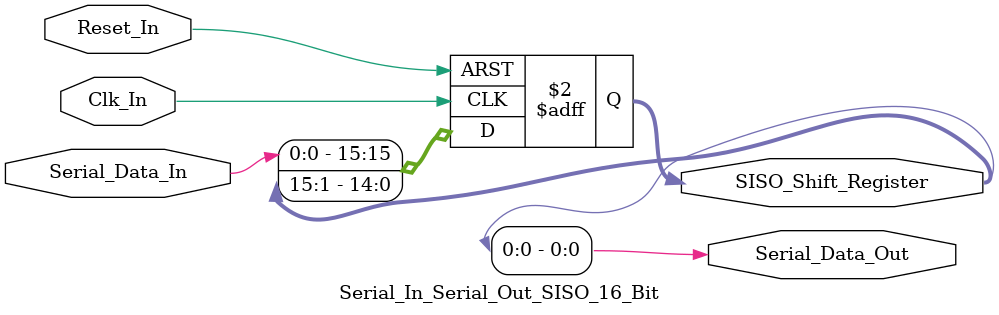
<source format=v>
/*
Verilog Code, to implement a Serial-In-Serial-Out - SISO - 16-Bit Shift Register.



Author : Prasad Narayan Ghatol
*/



module Serial_In_Serial_Out_SISO_16_Bit (
    input             Clk_In,
    input             Reset_In,

    input             Serial_Data_In,
    output            Serial_Data_Out,
    output reg [15:0] SISO_Shift_Register
);



// --------------------------------------------------
// Assignments
// --------------------------------------------------
assign Serial_Data_Out = SISO_Shift_Register[0];



// --------------------------------------------------
// Serial-In-Serial-Out - SISO - 16-Bit Shift Register Logic
// --------------------------------------------------
always @ (negedge Clk_In or posedge Reset_In)
    begin
        if (Reset_In)
            begin
                SISO_Shift_Register <= 16'b0;
            end
        else
            begin
                SISO_Shift_Register[15] <= Serial_Data_In;
                SISO_Shift_Register[14] <= SISO_Shift_Register[15];
                SISO_Shift_Register[13] <= SISO_Shift_Register[14];
                SISO_Shift_Register[12] <= SISO_Shift_Register[13];
                SISO_Shift_Register[11] <= SISO_Shift_Register[12];
                SISO_Shift_Register[10] <= SISO_Shift_Register[11];
                SISO_Shift_Register[9]  <= SISO_Shift_Register[10];
                SISO_Shift_Register[8]  <= SISO_Shift_Register[9];
                SISO_Shift_Register[7]  <= SISO_Shift_Register[8];
                SISO_Shift_Register[6]  <= SISO_Shift_Register[7];
                SISO_Shift_Register[5]  <= SISO_Shift_Register[6];
                SISO_Shift_Register[4]  <= SISO_Shift_Register[5];
                SISO_Shift_Register[3]  <= SISO_Shift_Register[4];
                SISO_Shift_Register[2]  <= SISO_Shift_Register[3];
                SISO_Shift_Register[1]  <= SISO_Shift_Register[2];
                SISO_Shift_Register[0]  <= SISO_Shift_Register[1];
            end
    end



endmodule
</source>
